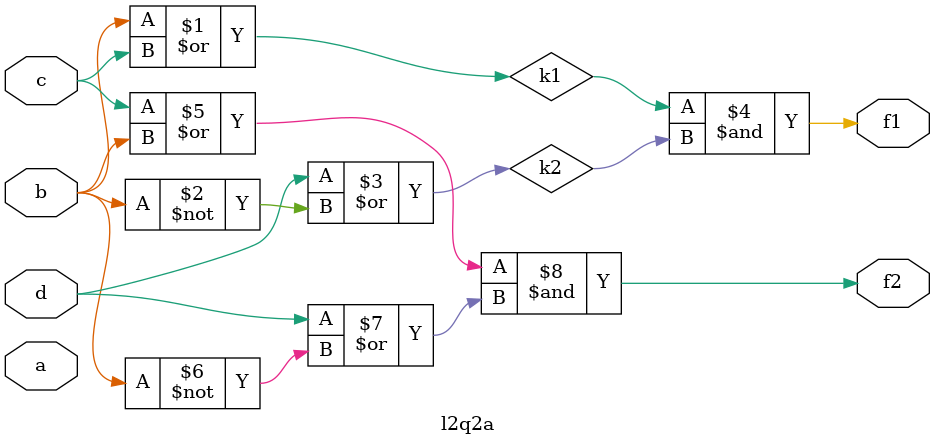
<source format=v>
module l2q2a(a,b,c,d,f1,f2);
input a,b,c,d;
output f1,f2;
or(k1,b,c);
or(k2,d,~b);

and(f1,k1,k2);
assign f2=(c|b)&(d|~b);
endmodule

</source>
